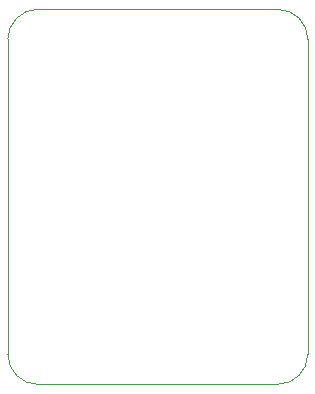
<source format=gbr>
%TF.GenerationSoftware,KiCad,Pcbnew,5.1.10*%
%TF.CreationDate,2021-11-17T23:41:25-05:00*%
%TF.ProjectId,RGB-Breakout,5247422d-4272-4656-916b-6f75742e6b69,rev?*%
%TF.SameCoordinates,Original*%
%TF.FileFunction,Profile,NP*%
%FSLAX46Y46*%
G04 Gerber Fmt 4.6, Leading zero omitted, Abs format (unit mm)*
G04 Created by KiCad (PCBNEW 5.1.10) date 2021-11-17 23:41:25*
%MOMM*%
%LPD*%
G01*
G04 APERTURE LIST*
%TA.AperFunction,Profile*%
%ADD10C,0.050000*%
%TD*%
G04 APERTURE END LIST*
D10*
X119380000Y-85090000D02*
G75*
G02*
X121920000Y-82550000I2540000J0D01*
G01*
X142240000Y-82550000D02*
G75*
G02*
X144780000Y-85090000I0J-2540000D01*
G01*
X144780000Y-111760000D02*
G75*
G02*
X142240000Y-114300000I-2540000J0D01*
G01*
X121920000Y-114300000D02*
G75*
G02*
X119380000Y-111760000I0J2540000D01*
G01*
X142240000Y-114300000D02*
X121920000Y-114300000D01*
X144780000Y-85090000D02*
X144780000Y-111760000D01*
X121920000Y-82550000D02*
X142240000Y-82550000D01*
X119380000Y-111760000D02*
X119380000Y-85090000D01*
M02*

</source>
